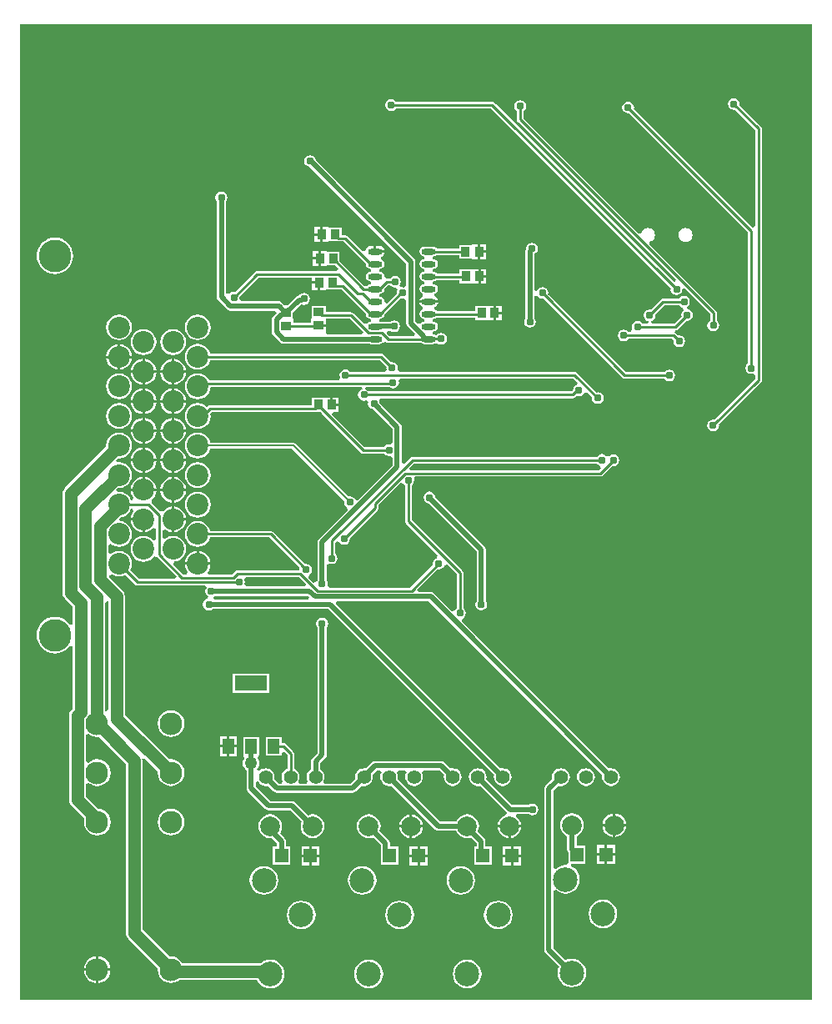
<source format=gbl>
%FSLAX23Y23*%
%MOIN*%
%SFA1B1*%

%IPPOS*%
%ADD13C,0.010000*%
%ADD21O,0.057090X0.023620*%
%ADD33R,0.053150X0.057090*%
%ADD34R,0.035430X0.039370*%
%ADD35R,0.039370X0.035430*%
%ADD62C,0.020000*%
%ADD63C,0.050000*%
%ADD66C,0.008000*%
%ADD67C,0.055120*%
%ADD68C,0.086610*%
%ADD69C,0.129920*%
%ADD70C,0.098430*%
%ADD71C,0.078740*%
%ADD72C,0.090550*%
%ADD73C,0.050000*%
%ADD74C,0.030750*%
%ADD75R,0.047240X0.059060*%
%ADD76R,0.129920X0.059060*%
%LNvcu-1*%
%LPD*%
G36*
X3184Y55D02*
X15D01*
Y3954*
X3184*
Y55*
G37*
%LNvcu-2*%
%LPC*%
G36*
X2870Y3659D02*
X2861Y3657D01*
X2853Y3652*
X2848Y3644*
X2846Y3635*
X2848Y3626*
X2853Y3618*
X2861Y3613*
X2870Y3612*
X2874Y3612*
X2956Y3531*
Y3146*
X2946Y3142*
X2470Y3617*
X2471Y3622*
X2469Y3631*
X2464Y3638*
X2456Y3643*
X2447Y3645*
X2438Y3643*
X2431Y3638*
X2425Y3631*
X2424Y3622*
X2425Y3612*
X2431Y3605*
X2438Y3600*
X2447Y3598*
X2452Y3599*
X2927Y3123*
Y2598*
X2924Y2596*
X2919Y2588*
X2917Y2579*
X2919Y2570*
X2924Y2562*
X2931Y2557*
X2940Y2556*
X2946Y2557*
X2956Y2550*
Y2537*
X2791Y2373*
X2787Y2374*
X2778Y2372*
X2770Y2367*
X2765Y2359*
X2763Y2350*
X2765Y2341*
X2770Y2333*
X2778Y2328*
X2787Y2326*
X2796Y2328*
X2804Y2333*
X2809Y2341*
X2811Y2350*
X2810Y2354*
X2978Y2522*
X2981Y2527*
X2982Y2532*
Y3536*
X2981Y3541*
X2978Y3545*
X2892Y3631*
X2893Y3635*
X2892Y3644*
X2886Y3652*
X2879Y3657*
X2870Y3659*
G37*
G36*
X1217Y3143D02*
X1194D01*
Y3119*
X1217*
Y3143*
G37*
G36*
X2677Y3140D02*
X2670Y3139D01*
X2663Y3136*
X2657Y3132*
X2653Y3126*
X2650Y3119*
X2649Y3112*
X2650Y3105*
X2653Y3098*
X2657Y3092*
X2663Y3088*
X2670Y3085*
X2677Y3084*
X2684Y3085*
X2691Y3088*
X2697Y3092*
X2701Y3098*
X2704Y3105*
X2705Y3112*
X2704Y3119*
X2701Y3126*
X2697Y3132*
X2691Y3136*
X2684Y3139*
X2677Y3140*
G37*
G36*
X1217Y3109D02*
X1194D01*
Y3084*
X1217*
Y3109*
G37*
G36*
X1846Y3074D02*
X1823D01*
Y3072*
X1772*
Y3058*
X1682*
X1681Y3060*
X1674Y3064*
X1667Y3065*
X1633*
X1626Y3064*
X1619Y3060*
X1615Y3053*
X1613Y3045*
X1615Y3038*
X1619Y3031*
X1626Y3027*
X1633Y3025*
Y3015*
X1626Y3014*
X1619Y3010*
X1615Y3003*
X1613Y2995*
X1615Y2988*
X1619Y2981*
X1626Y2977*
X1633Y2975*
Y2965*
X1626Y2964*
X1619Y2960*
X1615Y2953*
X1613Y2945*
X1615Y2938*
X1619Y2931*
X1626Y2927*
X1633Y2925*
Y2915*
X1626Y2914*
X1619Y2910*
X1615Y2903*
X1613Y2895*
X1615Y2888*
X1619Y2881*
X1626Y2877*
X1627Y2877*
Y2866*
X1625Y2866*
X1618Y2861*
X1613Y2854*
X1612Y2850*
X1650*
X1688*
X1687Y2854*
X1682Y2861*
X1675Y2866*
X1673Y2866*
Y2877*
X1674Y2877*
X1681Y2881*
X1685Y2888*
X1687Y2895*
X1685Y2903*
X1681Y2910*
X1674Y2914*
X1667Y2915*
Y2925*
X1674Y2927*
X1681Y2931*
X1682Y2932*
X1774*
Y2918*
X1825*
Y2916*
X1848*
Y2946*
Y2975*
X1825*
Y2973*
X1774*
Y2958*
X1682*
X1681Y2960*
X1674Y2964*
X1667Y2965*
Y2975*
X1674Y2977*
X1681Y2981*
X1685Y2988*
X1687Y2995*
X1685Y3003*
X1681Y3010*
X1674Y3014*
X1667Y3015*
Y3025*
X1674Y3027*
X1681Y3031*
X1682Y3032*
X1772*
Y3017*
X1823*
Y3015*
X1846*
Y3045*
Y3074*
G37*
G36*
X1452Y3068D02*
X1440D01*
Y3050*
X1473*
X1473Y3054*
X1468Y3061*
X1461Y3066*
X1452Y3068*
G37*
G36*
X1878Y3074D02*
X1856D01*
Y3050*
X1878*
Y3074*
G37*
G36*
X1210Y3047D02*
X1187D01*
Y3023*
X1210*
Y3047*
G37*
G36*
X1878Y3040D02*
X1856D01*
Y3015*
X1878*
Y3040*
G37*
G36*
X1210Y3013D02*
X1187D01*
Y2988*
X1210*
Y3013*
G37*
G36*
X155Y3101D02*
X141Y3100D01*
X127Y3096*
X115Y3089*
X104Y3080*
X95Y3069*
X88Y3056*
X84Y3042*
X82Y3028*
X84Y3014*
X88Y3000*
X95Y2987*
X104Y2976*
X115Y2967*
X127Y2960*
X141Y2956*
X155Y2955*
X170Y2956*
X183Y2960*
X196Y2967*
X207Y2976*
X216Y2987*
X223Y3000*
X227Y3014*
X229Y3028*
X227Y3042*
X223Y3056*
X216Y3069*
X207Y3080*
X196Y3089*
X183Y3096*
X170Y3100*
X155Y3101*
G37*
G36*
X1880Y2975D02*
X1858D01*
Y2951*
X1880*
Y2975*
G37*
G36*
Y2941D02*
X1858D01*
Y2916*
X1880*
Y2941*
G37*
G36*
X1176Y3431D02*
X1166Y3429D01*
X1159Y3424*
X1154Y3417*
X1152Y3408*
X1154Y3398*
X1159Y3391*
X1166Y3386*
X1173Y3384*
X1560Y2998*
Y2909*
X1550Y2902*
X1545Y2903*
X1540Y2902*
X1534Y2911*
X1536Y2915*
X1538Y2925*
X1536Y2934*
X1531Y2941*
X1524Y2946*
X1515Y2948*
X1505Y2946*
X1498Y2941*
X1495Y2938*
X1481*
X1481Y2938*
X1472Y2945*
X1472Y2945*
X1472Y2945*
X1471Y2953*
X1466Y2960*
X1460Y2964*
X1452Y2965*
Y2975*
X1460Y2977*
X1466Y2981*
X1471Y2988*
X1472Y2995*
X1471Y3003*
X1466Y3010*
X1460Y3014*
X1458Y3014*
Y3024*
X1461Y3025*
X1468Y3030*
X1473Y3037*
X1473Y3040*
X1435*
Y3045*
X1430*
Y3068*
X1419*
X1410Y3066*
X1403Y3061*
X1398Y3054*
X1397Y3049*
X1387Y3046*
X1324Y3108*
X1320Y3111*
X1315Y3112*
X1301*
Y3141*
X1250*
Y3143*
X1227*
Y3114*
Y3084*
X1250*
Y3086*
X1287*
X1288Y3086*
X1310*
X1399Y2997*
X1399Y2995*
X1400Y2988*
X1405Y2981*
X1411Y2977*
X1419Y2975*
Y2965*
X1411Y2964*
X1405Y2960*
X1400Y2953*
X1399Y2945*
X1400Y2938*
X1405Y2931*
X1411Y2927*
X1419Y2925*
Y2915*
X1411Y2914*
X1405Y2910*
X1404Y2908*
X1394*
X1294Y3009*
Y3045*
X1243*
Y3047*
X1220*
Y3018*
Y2988*
X1243*
Y2990*
X1275*
X1288Y2977*
X1283Y2967*
X964*
X959Y2966*
X955Y2964*
X875Y2884*
X871Y2884*
X861Y2883*
X854Y2877*
X842Y2878*
X839Y2880*
Y3246*
X843Y3252*
X845Y3261*
X843Y3270*
X838Y3278*
X830Y3283*
X821Y3285*
X812Y3283*
X804Y3278*
X799Y3270*
X797Y3261*
X799Y3252*
X803Y3246*
Y2863*
X804Y2856*
X808Y2850*
X844Y2815*
X850Y2811*
X857Y2809*
X1037*
X1041Y2799*
X1028Y2786*
X1024Y2780*
X1023Y2773*
Y2723*
X1024Y2716*
X1028Y2710*
X1056Y2682*
X1062Y2678*
X1069Y2677*
X1411*
X1411Y2677*
X1419Y2675*
X1452*
X1460Y2677*
X1466Y2681*
X1467Y2682*
X1479Y2684*
X1480Y2684*
X1484Y2681*
X1489Y2680*
X1620*
X1626Y2677*
X1633Y2675*
X1667*
X1674Y2677*
X1683Y2680*
X1690Y2675*
X1700Y2673*
X1709Y2675*
X1716Y2680*
X1721Y2687*
X1723Y2697*
X1721Y2706*
X1716Y2713*
X1709Y2718*
X1700Y2720*
X1690Y2718*
X1683Y2713*
X1680Y2710*
X1674Y2714*
X1667Y2715*
Y2725*
X1674Y2727*
X1681Y2731*
X1685Y2738*
X1687Y2745*
X1685Y2753*
X1681Y2760*
X1674Y2764*
X1667Y2765*
Y2775*
X1674Y2777*
X1681Y2781*
X1682Y2782*
X1835*
Y2772*
X1886*
Y2770*
X1909*
Y2800*
Y2829*
X1886*
Y2827*
X1835*
Y2808*
X1682*
X1681Y2810*
X1674Y2814*
X1673Y2814*
Y2824*
X1675Y2825*
X1682Y2830*
X1687Y2837*
X1688Y2840*
X1650*
X1612*
X1613Y2837*
X1618Y2830*
X1625Y2825*
X1627Y2824*
Y2814*
X1626Y2814*
X1619Y2810*
X1615Y2803*
X1613Y2795*
X1615Y2788*
X1619Y2781*
X1626Y2777*
X1633Y2775*
Y2765*
X1626Y2764*
X1619Y2760*
X1618Y2758*
X1606Y2756*
X1596Y2766*
Y3005*
X1595Y3012*
X1591Y3018*
X1199Y3410*
X1197Y3417*
X1192Y3424*
X1185Y3429*
X1176Y3431*
G37*
G36*
X2671Y2868D02*
X2662Y2866D01*
X2654Y2861*
X2652Y2857*
X2587*
X2582Y2856*
X2578Y2853*
X2538Y2813*
X2534Y2814*
X2524Y2812*
X2517Y2807*
X2512Y2800*
X2510Y2790*
X2512Y2781*
X2517Y2774*
X2524Y2769*
X2528Y2768*
X2529Y2768*
X2529Y2762*
X2520Y2758*
X2504*
X2501Y2761*
X2494Y2766*
X2485Y2768*
X2475Y2766*
X2468Y2761*
X2463Y2754*
X2461Y2745*
X2463Y2735*
X2464Y2733*
X2459Y2723*
X2449*
X2446Y2726*
X2439Y2731*
X2430Y2733*
X2420Y2731*
X2413Y2726*
X2408Y2719*
X2406Y2710*
X2408Y2700*
X2413Y2693*
X2420Y2688*
X2430Y2686*
X2439Y2688*
X2446Y2693*
X2449Y2696*
X2621*
X2628Y2688*
X2628Y2687*
X2630Y2678*
X2635Y2670*
X2643Y2665*
X2652Y2663*
X2661Y2665*
X2668Y2670*
X2674Y2678*
X2675Y2687*
X2674Y2696*
X2668Y2703*
X2661Y2709*
X2652Y2710*
X2647Y2710*
X2638Y2719*
X2634Y2721*
X2634Y2722*
X2635Y2728*
X2636Y2731*
X2641Y2732*
X2646Y2735*
X2679Y2769*
X2684Y2768*
X2693Y2770*
X2700Y2775*
X2705Y2783*
X2707Y2792*
X2705Y2801*
X2700Y2809*
X2693Y2814*
X2687Y2815*
X2684Y2825*
X2688Y2827*
X2693Y2835*
X2694Y2844*
X2693Y2853*
X2688Y2861*
X2680Y2866*
X2671Y2868*
G37*
G36*
X1942Y2829D02*
X1919D01*
Y2805*
X1942*
Y2829*
G37*
G36*
Y2795D02*
X1919D01*
Y2770*
X1942*
Y2795*
G37*
G36*
X1500Y3655D02*
X1491Y3653D01*
X1484Y3648*
X1479Y3640*
X1477Y3631*
X1479Y3622*
X1484Y3615*
X1491Y3609*
X1500Y3608*
X1510Y3609*
X1517Y3615*
X1520Y3618*
X1898*
X2618Y2899*
X2617Y2895*
X2619Y2885*
X2624Y2878*
X2631Y2873*
X2641Y2871*
X2650Y2873*
X2657Y2878*
X2662Y2885*
X2664Y2893*
X2668Y2896*
X2674Y2898*
X2775Y2797*
Y2769*
X2771Y2766*
X2766Y2759*
X2764Y2750*
X2766Y2740*
X2771Y2733*
X2779Y2728*
X2788Y2726*
X2797Y2728*
X2805Y2733*
X2810Y2740*
X2812Y2750*
X2810Y2759*
X2805Y2766*
X2801Y2769*
Y2802*
X2800Y2807*
X2797Y2811*
X2534Y3075*
X2534Y3079*
X2537Y3086*
X2541Y3088*
X2547Y3092*
X2551Y3098*
X2554Y3105*
X2555Y3112*
X2554Y3119*
X2551Y3126*
X2547Y3132*
X2541Y3136*
X2534Y3139*
X2527Y3140*
X2520Y3139*
X2513Y3136*
X2507Y3132*
X2503Y3126*
X2501Y3122*
X2494Y3119*
X2490Y3119*
X2029Y3579*
Y3607*
X2033Y3610*
X2038Y3617*
X2040Y3626*
X2038Y3636*
X2033Y3643*
X2025Y3648*
X2016Y3650*
X2007Y3648*
X1999Y3643*
X1994Y3636*
X1993Y3626*
X1994Y3617*
X1999Y3610*
X2003Y3607*
Y3574*
X2004Y3569*
X2007Y3565*
X2638Y2934*
X2636Y2924*
X2635Y2922*
X2631Y2923*
X1913Y3641*
X1909Y3644*
X1904Y3645*
X1520*
X1517Y3648*
X1510Y3653*
X1500Y3655*
G37*
G36*
X726Y2794D02*
X713Y2792D01*
X700Y2787*
X690Y2779*
X682Y2768*
X676Y2756*
X675Y2742*
X676Y2729*
X682Y2717*
X690Y2706*
X700Y2698*
X713Y2693*
X726Y2691*
X740Y2693*
X752Y2698*
X763Y2706*
X771Y2717*
X776Y2729*
X778Y2742*
X776Y2756*
X771Y2768*
X763Y2779*
X752Y2787*
X740Y2792*
X726Y2794*
G37*
G36*
X411D02*
X398Y2792D01*
X386Y2787*
X375Y2779*
X367Y2768*
X361Y2756*
X360Y2742*
X361Y2729*
X367Y2717*
X375Y2706*
X386Y2698*
X398Y2693*
X411Y2691*
X425Y2693*
X437Y2698*
X448Y2706*
X456Y2717*
X461Y2729*
X463Y2742*
X461Y2756*
X456Y2768*
X448Y2779*
X437Y2787*
X425Y2792*
X411Y2794*
G37*
G36*
X628Y2735D02*
X614Y2733D01*
X602Y2728*
X591Y2720*
X583Y2709*
X578Y2697*
X576Y2683*
X578Y2670*
X583Y2658*
X591Y2647*
X602Y2639*
X614Y2634*
X628Y2632*
X641Y2634*
X654Y2639*
X664Y2647*
X673Y2658*
X678Y2670*
X679Y2683*
X678Y2697*
X673Y2709*
X664Y2720*
X654Y2728*
X641Y2733*
X628Y2735*
G37*
G36*
X510D02*
X496Y2733D01*
X484Y2728*
X473Y2720*
X465Y2709*
X460Y2697*
X458Y2683*
X460Y2670*
X465Y2658*
X473Y2647*
X484Y2639*
X496Y2634*
X510Y2632*
X523Y2634*
X536Y2639*
X546Y2647*
X554Y2658*
X560Y2670*
X561Y2683*
X560Y2697*
X554Y2709*
X546Y2720*
X536Y2728*
X523Y2733*
X510Y2735*
G37*
G36*
X416Y2675D02*
Y2629D01*
X462*
X461Y2638*
X456Y2650*
X448Y2661*
X437Y2669*
X425Y2674*
X416Y2675*
G37*
G36*
X406D02*
X398Y2674D01*
X385Y2669*
X375Y2661*
X366Y2650*
X361Y2638*
X360Y2629*
X406*
Y2675*
G37*
G36*
Y2619D02*
X360D01*
X361Y2611*
X366Y2598*
X375Y2588*
X385Y2580*
X398Y2574*
X406Y2573*
Y2619*
G37*
G36*
X462D02*
X416D01*
Y2573*
X425Y2574*
X437Y2580*
X448Y2588*
X456Y2598*
X461Y2611*
X462Y2619*
G37*
G36*
X633Y2616D02*
Y2570D01*
X679*
X678Y2579*
X673Y2591*
X664Y2602*
X654Y2610*
X641Y2615*
X633Y2616*
G37*
G36*
X515D02*
Y2570D01*
X561*
X560Y2579*
X555Y2591*
X546Y2602*
X536Y2610*
X523Y2615*
X515Y2616*
G37*
G36*
X623D02*
X614Y2615D01*
X602Y2610*
X591Y2602*
X583Y2591*
X578Y2579*
X577Y2570*
X623*
Y2616*
G37*
G36*
X505D02*
X496Y2615D01*
X484Y2610*
X473Y2602*
X465Y2591*
X460Y2579*
X459Y2570*
X505*
Y2616*
G37*
G36*
X726Y2676D02*
X713Y2674D01*
X700Y2669*
X690Y2661*
X682Y2650*
X676Y2638*
X675Y2624*
X676Y2611*
X682Y2599*
X690Y2588*
X700Y2580*
X713Y2574*
X726Y2573*
X740Y2574*
X752Y2580*
X763Y2588*
X771Y2599*
X776Y2611*
X776Y2611*
X1454*
X1481Y2585*
X1480Y2580*
X1481Y2575*
X1475Y2565*
X1337*
X1334Y2568*
X1326Y2574*
X1317Y2575*
X1308Y2574*
X1301Y2568*
X1296Y2561*
X1294Y2552*
X1296Y2543*
X1296Y2541*
X1291Y2531*
X771*
X771Y2532*
X763Y2543*
X752Y2551*
X740Y2556*
X726Y2558*
X713Y2556*
X700Y2551*
X690Y2543*
X682Y2532*
X676Y2520*
X675Y2506*
X676Y2493*
X682Y2480*
X690Y2470*
X700Y2462*
X713Y2456*
X726Y2455*
X740Y2456*
X752Y2462*
X763Y2470*
X771Y2480*
X776Y2493*
X778Y2505*
X1384*
X1385Y2495*
X1382Y2494*
X1374Y2489*
X1369Y2482*
X1367Y2473*
X1369Y2463*
X1374Y2456*
X1382Y2451*
X1391Y2449*
X1400Y2451*
X1408Y2444*
X1407Y2438*
X1409Y2429*
X1414Y2422*
X1422Y2417*
X1428Y2415*
X1506Y2338*
Y2281*
X1496Y2274*
X1491Y2275*
X1482Y2273*
X1474Y2268*
X1471Y2265*
X1393*
X1264Y2394*
X1268Y2403*
X1290*
Y2428*
X1262*
Y2433*
X1257*
Y2462*
X1235*
Y2460*
X1184*
Y2431*
X777*
X772Y2430*
X767Y2427*
X765Y2424*
X763Y2425*
X752Y2433*
X740Y2438*
X726Y2440*
X713Y2438*
X700Y2433*
X690Y2425*
X682Y2414*
X676Y2401*
X675Y2388*
X676Y2375*
X682Y2362*
X690Y2352*
X700Y2343*
X713Y2338*
X726Y2337*
X740Y2338*
X752Y2343*
X763Y2352*
X771Y2362*
X776Y2375*
X778Y2388*
X777Y2397*
X784Y2405*
X1196*
X1198Y2405*
X1216*
X1221Y2400*
X1222Y2398*
X1379Y2242*
X1383Y2239*
X1388Y2238*
X1471*
X1474Y2235*
X1482Y2230*
X1491Y2228*
X1496Y2229*
X1506Y2222*
Y2191*
X1366Y2051*
X1355Y2055*
X1351Y2060*
X1344Y2065*
X1335Y2067*
X1329Y2066*
X1117Y2279*
X1113Y2281*
X1108Y2282*
X776*
X776Y2283*
X771Y2296*
X763Y2307*
X752Y2315*
X740Y2320*
X726Y2322*
X713Y2320*
X700Y2315*
X690Y2307*
X682Y2296*
X676Y2283*
X675Y2270*
X676Y2257*
X682Y2244*
X690Y2234*
X700Y2225*
X713Y2220*
X726Y2218*
X740Y2220*
X752Y2225*
X763Y2234*
X771Y2244*
X776Y2257*
X776Y2258*
X1103*
X1312Y2049*
X1311Y2044*
X1313Y2034*
X1318Y2027*
X1323Y2023*
X1327Y2012*
X1210Y1895*
X1206Y1889*
X1205Y1883*
Y1732*
X1201Y1726*
X1201Y1726*
X1190Y1722*
X1170Y1742*
X1173Y1754*
X1177Y1757*
X1182Y1764*
X1184Y1773*
X1182Y1783*
X1177Y1790*
X1169Y1795*
X1160Y1797*
X1156Y1796*
X1027Y1925*
X1023Y1928*
X1018Y1929*
X776*
X776Y1929*
X771Y1941*
X763Y1952*
X752Y1960*
X740Y1966*
X726Y1967*
X713Y1966*
X700Y1960*
X690Y1952*
X682Y1941*
X676Y1929*
X675Y1916*
X676Y1902*
X682Y1890*
X690Y1879*
X700Y1871*
X713Y1866*
X726Y1864*
X740Y1866*
X752Y1871*
X763Y1879*
X771Y1890*
X776Y1902*
X776Y1903*
X1013*
X1134Y1781*
X1131Y1772*
X1127Y1771*
X887*
X882Y1770*
X877Y1767*
X865Y1755*
X770*
X766Y1765*
X771Y1772*
X776Y1784*
X777Y1793*
X726*
X675*
X676Y1784*
X681Y1772*
X687Y1765*
X682Y1755*
X669*
X628Y1795*
X632Y1806*
X641Y1807*
X654Y1812*
X664Y1820*
X673Y1831*
X678Y1843*
X679Y1857*
X678Y1870*
X673Y1882*
X664Y1893*
X654Y1901*
X641Y1906*
X628Y1908*
X614Y1906*
X602Y1901*
X595Y1896*
X585Y1900*
Y1931*
X595Y1935*
X602Y1930*
X614Y1925*
X623Y1924*
Y1975*
Y2026*
X614Y2025*
X602Y2020*
X591Y2011*
X588Y2008*
X588Y2008*
X575Y2007*
X542Y2040*
X541Y2050*
X542Y2053*
X546Y2056*
X555Y2067*
X560Y2079*
X561Y2088*
X510*
X459*
X460Y2079*
X465Y2067*
X470Y2060*
X465Y2050*
X460Y2051*
X456Y2060*
X448Y2070*
X437Y2079*
X425Y2084*
X411Y2085*
X405Y2085*
X400Y2094*
X407Y2101*
X411Y2100*
X425Y2102*
X437Y2107*
X448Y2115*
X456Y2126*
X461Y2139*
X463Y2152*
X461Y2165*
X456Y2178*
X448Y2188*
X437Y2197*
X425Y2202*
X411Y2204*
X405Y2203*
X400Y2212*
X407Y2219*
X411Y2218*
X425Y2220*
X437Y2225*
X448Y2234*
X456Y2244*
X461Y2257*
X463Y2270*
X461Y2283*
X456Y2296*
X448Y2307*
X437Y2315*
X425Y2320*
X411Y2322*
X398Y2320*
X386Y2315*
X375Y2307*
X367Y2296*
X361Y2283*
X360Y2270*
X360Y2266*
X196Y2102*
X191Y2095*
X187Y2087*
X186Y2078*
Y1680*
X187Y1671*
X191Y1663*
X196Y1656*
X226Y1626*
Y1555*
X216Y1553*
X216Y1553*
X207Y1564*
X196Y1573*
X183Y1580*
X170Y1584*
X155Y1585*
X141Y1584*
X127Y1580*
X115Y1573*
X104Y1564*
X95Y1553*
X88Y1540*
X84Y1526*
X82Y1512*
X84Y1498*
X88Y1484*
X95Y1471*
X104Y1460*
X115Y1451*
X127Y1445*
X141Y1440*
X155Y1439*
X170Y1440*
X183Y1445*
X196Y1451*
X207Y1460*
X216Y1471*
X216Y1472*
X226Y1469*
Y1218*
X223Y1215*
X217Y1208*
X214Y1200*
X213Y1191*
Y854*
X214Y846*
X217Y838*
X223Y831*
X273Y780*
X273Y779*
X271Y765*
X273Y751*
X278Y738*
X286Y727*
X298Y719*
X310Y713*
X324Y711*
X338Y713*
X351Y719*
X362Y727*
X371Y738*
X376Y751*
X378Y765*
X376Y779*
X371Y792*
X362Y803*
X351Y812*
X338Y817*
X329Y818*
X279Y868*
Y918*
X289Y922*
X298Y916*
X310Y910*
X324Y908*
X338Y910*
X351Y916*
X362Y924*
X371Y935*
X376Y948*
X378Y962*
X376Y976*
X371Y989*
X362Y1000*
X351Y1008*
X338Y1014*
X324Y1016*
X310Y1014*
X298Y1008*
X289Y1002*
X279Y1006*
Y1115*
X289Y1119*
X298Y1112*
X310Y1107*
X324Y1105*
X330Y1106*
X439Y997*
Y322*
X440Y314*
X443Y306*
X449Y299*
X567Y180*
X566Y175*
X568Y161*
X573Y148*
X582Y137*
X593Y128*
X606Y123*
X620Y121*
X633Y123*
X646Y128*
X654Y134*
X964*
X966Y129*
X976Y117*
X987Y108*
X1001Y102*
X1016Y100*
X1031Y102*
X1045Y108*
X1057Y117*
X1066Y129*
X1072Y143*
X1074Y158*
X1072Y172*
X1066Y186*
X1057Y198*
X1045Y207*
X1031Y213*
X1016Y215*
X1001Y213*
X987Y207*
X978Y200*
X667*
X666Y201*
X657Y212*
X646Y221*
X633Y226*
X620Y228*
X614Y227*
X505Y336*
Y1011*
X504Y1016*
X514Y1021*
X567Y968*
X566Y962*
X568Y948*
X573Y935*
X582Y924*
X593Y916*
X606Y910*
X620Y908*
X633Y910*
X646Y916*
X657Y924*
X666Y935*
X671Y948*
X673Y962*
X671Y976*
X666Y989*
X657Y1000*
X646Y1008*
X633Y1014*
X620Y1016*
X614Y1015*
X436Y1193*
Y1668*
X434Y1677*
X431Y1685*
X426Y1691*
X373Y1745*
X373Y1750*
X384Y1754*
X386Y1753*
X398Y1748*
X411Y1746*
X425Y1748*
X437Y1753*
X437Y1753*
X476Y1714*
X480Y1711*
X485Y1710*
X756*
X761Y1700*
X759Y1696*
X757Y1687*
X759Y1678*
X764Y1671*
X768Y1668*
X766Y1657*
X762Y1656*
X754Y1651*
X749Y1643*
X747Y1634*
X749Y1625*
X754Y1618*
X762Y1612*
X771Y1611*
X780Y1612*
X786Y1616*
X1249*
X1911Y954*
X1910Y945*
X1911Y936*
X1915Y927*
X1921Y920*
X1928Y914*
X1937Y910*
X1946Y909*
X1955Y910*
X1964Y914*
X1971Y920*
X1977Y927*
X1980Y936*
X1982Y945*
X1980Y954*
X1977Y963*
X1971Y970*
X1964Y976*
X1955Y979*
X1946Y981*
X1937Y980*
X1279Y1638*
X1283Y1648*
X1650*
X2344Y954*
X2343Y945*
X2344Y936*
X2348Y927*
X2354Y920*
X2361Y914*
X2370Y910*
X2379Y909*
X2388Y910*
X2397Y914*
X2404Y920*
X2410Y927*
X2413Y936*
X2415Y945*
X2413Y954*
X2410Y963*
X2404Y970*
X2397Y976*
X2388Y979*
X2379Y981*
X2370Y980*
X1782Y1567*
X1783Y1571*
X1785Y1579*
X1791Y1583*
X1796Y1590*
X1798Y1600*
X1796Y1609*
X1791Y1616*
X1788Y1619*
Y1762*
X1787Y1767*
X1784Y1771*
X1582Y1973*
Y2111*
X1585Y2114*
X1590Y2121*
X1592Y2130*
X1591Y2136*
X1597Y2146*
X2336*
X2341Y2147*
X2345Y2149*
X2384Y2188*
X2388Y2187*
X2397Y2189*
X2405Y2194*
X2410Y2202*
X2412Y2211*
X2410Y2220*
X2405Y2228*
X2397Y2233*
X2388Y2235*
X2379Y2233*
X2372Y2228*
X2371Y2228*
X2359*
X2359Y2229*
X2351Y2234*
X2342Y2236*
X2333Y2234*
X2325Y2229*
X2323Y2225*
X1585*
X1580Y2224*
X1576Y2221*
X1551Y2197*
X1542Y2201*
Y2345*
X1541Y2352*
X1537Y2358*
X1454Y2441*
X1453Y2448*
X1451Y2449*
X1457Y2459*
X2227*
X2232Y2460*
X2236Y2463*
X2241Y2468*
X2250Y2466*
X2259Y2468*
X2266Y2473*
X2271Y2480*
X2272Y2482*
X2282Y2485*
X2303Y2464*
X2303Y2460*
X2304Y2451*
X2310Y2443*
X2317Y2438*
X2326Y2436*
X2335Y2438*
X2343Y2443*
X2348Y2451*
X2350Y2460*
X2348Y2469*
X2343Y2476*
X2335Y2481*
X2326Y2483*
X2322Y2482*
X2243Y2561*
X2239Y2564*
X2234Y2565*
X1532*
X1526Y2575*
X1527Y2580*
X1525Y2589*
X1520Y2597*
X1513Y2602*
X1504Y2604*
X1499Y2603*
X1469Y2634*
X1465Y2636*
X1460Y2637*
X776*
X776Y2638*
X771Y2650*
X763Y2661*
X752Y2669*
X740Y2674*
X726Y2676*
G37*
G36*
X2063Y3081D02*
X2054Y3079D01*
X2047Y3074*
X2042Y3067*
X2040Y3058*
X2040Y3056*
X2038Y3053*
X2036Y3046*
Y2779*
X2033Y2774*
X2031Y2765*
X2033Y2755*
X2038Y2748*
X2045Y2743*
X2055Y2741*
X2064Y2743*
X2071Y2748*
X2076Y2755*
X2078Y2765*
X2076Y2774*
X2073Y2779*
Y2869*
X2083Y2870*
X2088Y2863*
X2095Y2858*
X2105Y2856*
X2109Y2857*
X2425Y2540*
X2429Y2538*
X2434Y2537*
X2593*
X2596Y2533*
X2603Y2528*
X2612Y2526*
X2621Y2528*
X2629Y2533*
X2634Y2541*
X2636Y2550*
X2634Y2559*
X2629Y2566*
X2621Y2572*
X2612Y2573*
X2603Y2572*
X2596Y2566*
X2593Y2563*
X2440*
X2127Y2875*
X2128Y2880*
X2126Y2889*
X2121Y2896*
X2114Y2901*
X2105Y2903*
X2095Y2901*
X2088Y2896*
X2083Y2889*
X2073Y2890*
Y3036*
X2080Y3041*
X2085Y3049*
X2087Y3058*
X2085Y3067*
X2080Y3074*
X2073Y3079*
X2063Y3081*
G37*
G36*
X623Y2560D02*
X577D01*
X578Y2552*
X583Y2539*
X591Y2529*
X602Y2520*
X614Y2515*
X623Y2514*
Y2560*
G37*
G36*
X505D02*
X459D01*
X460Y2552*
X465Y2539*
X473Y2529*
X484Y2520*
X496Y2515*
X505Y2514*
Y2560*
G37*
G36*
X679D02*
X633D01*
Y2514*
X641Y2515*
X654Y2520*
X664Y2529*
X673Y2539*
X678Y2552*
X679Y2560*
G37*
G36*
X561D02*
X515D01*
Y2514*
X523Y2515*
X536Y2520*
X546Y2529*
X555Y2539*
X560Y2552*
X561Y2560*
G37*
G36*
X411Y2558D02*
X398Y2556D01*
X386Y2551*
X375Y2543*
X367Y2532*
X361Y2520*
X360Y2506*
X361Y2493*
X367Y2480*
X375Y2470*
X386Y2462*
X398Y2456*
X411Y2455*
X425Y2456*
X437Y2462*
X448Y2470*
X456Y2480*
X461Y2493*
X463Y2506*
X461Y2520*
X456Y2532*
X448Y2543*
X437Y2551*
X425Y2556*
X411Y2558*
G37*
G36*
X633Y2498D02*
Y2452D01*
X679*
X678Y2461*
X673Y2473*
X664Y2484*
X654Y2492*
X641Y2497*
X633Y2498*
G37*
G36*
X515D02*
Y2452D01*
X561*
X560Y2461*
X555Y2473*
X546Y2484*
X536Y2492*
X523Y2497*
X515Y2498*
G37*
G36*
X623D02*
X614Y2497D01*
X602Y2492*
X591Y2484*
X583Y2473*
X578Y2461*
X577Y2452*
X623*
Y2498*
G37*
G36*
X505D02*
X496Y2497D01*
X484Y2492*
X473Y2484*
X465Y2473*
X460Y2461*
X459Y2452*
X505*
Y2498*
G37*
G36*
X1290Y2462D02*
X1267D01*
Y2438*
X1290*
Y2462*
G37*
G36*
X679Y2442D02*
X633D01*
Y2396*
X641Y2397*
X654Y2402*
X664Y2411*
X673Y2421*
X678Y2434*
X679Y2442*
G37*
G36*
X561D02*
X515D01*
Y2396*
X523Y2397*
X536Y2402*
X546Y2411*
X555Y2421*
X560Y2434*
X561Y2442*
G37*
G36*
X623D02*
X577D01*
X578Y2434*
X583Y2421*
X591Y2411*
X602Y2402*
X614Y2397*
X623Y2396*
Y2442*
G37*
G36*
X505D02*
X459D01*
X460Y2434*
X465Y2421*
X473Y2411*
X484Y2402*
X496Y2397*
X505Y2396*
Y2442*
G37*
G36*
X411Y2440D02*
X398Y2438D01*
X386Y2433*
X375Y2425*
X367Y2414*
X361Y2401*
X360Y2388*
X361Y2375*
X367Y2362*
X375Y2352*
X386Y2343*
X398Y2338*
X411Y2337*
X425Y2338*
X437Y2343*
X448Y2352*
X456Y2362*
X461Y2375*
X463Y2388*
X461Y2401*
X456Y2414*
X448Y2425*
X437Y2433*
X425Y2438*
X411Y2440*
G37*
G36*
X633Y2380D02*
Y2334D01*
X679*
X678Y2342*
X673Y2355*
X664Y2366*
X654Y2374*
X641Y2379*
X633Y2380*
G37*
G36*
X515D02*
Y2334D01*
X561*
X560Y2342*
X555Y2355*
X546Y2366*
X536Y2374*
X523Y2379*
X515Y2380*
G37*
G36*
X623D02*
X614Y2379D01*
X602Y2374*
X591Y2366*
X583Y2355*
X578Y2342*
X577Y2334*
X623*
Y2380*
G37*
G36*
X505D02*
X496Y2379D01*
X484Y2374*
X473Y2366*
X465Y2355*
X460Y2342*
X459Y2334*
X505*
Y2380*
G37*
G36*
X679Y2324D02*
X633D01*
Y2278*
X641Y2279*
X654Y2284*
X664Y2292*
X673Y2303*
X678Y2316*
X679Y2324*
G37*
G36*
X561D02*
X515D01*
Y2278*
X523Y2279*
X536Y2284*
X546Y2292*
X555Y2303*
X560Y2316*
X561Y2324*
G37*
G36*
X623D02*
X577D01*
X578Y2316*
X583Y2303*
X591Y2292*
X602Y2284*
X614Y2279*
X623Y2278*
Y2324*
G37*
G36*
X505D02*
X459D01*
X460Y2316*
X465Y2303*
X473Y2292*
X484Y2284*
X496Y2279*
X505Y2278*
Y2324*
G37*
G36*
X633Y2262D02*
Y2216D01*
X679*
X678Y2224*
X673Y2237*
X664Y2248*
X654Y2256*
X641Y2261*
X633Y2262*
G37*
G36*
X515D02*
Y2216D01*
X561*
X560Y2224*
X555Y2237*
X546Y2248*
X536Y2256*
X523Y2261*
X515Y2262*
G37*
G36*
X623D02*
X614Y2261D01*
X602Y2256*
X591Y2248*
X583Y2237*
X578Y2224*
X577Y2216*
X623*
Y2262*
G37*
G36*
X505D02*
X496Y2261D01*
X484Y2256*
X473Y2248*
X465Y2237*
X460Y2224*
X459Y2216*
X505*
Y2262*
G37*
G36*
X679Y2206D02*
X633D01*
Y2160*
X641Y2161*
X654Y2166*
X664Y2174*
X673Y2185*
X678Y2198*
X679Y2206*
G37*
G36*
X561D02*
X515D01*
Y2160*
X523Y2161*
X536Y2166*
X546Y2174*
X555Y2185*
X560Y2198*
X561Y2206*
G37*
G36*
X623D02*
X577D01*
X578Y2198*
X583Y2185*
X591Y2174*
X602Y2166*
X614Y2161*
X623Y2160*
Y2206*
G37*
G36*
X505D02*
X459D01*
X460Y2198*
X465Y2185*
X473Y2174*
X484Y2166*
X496Y2161*
X505Y2160*
Y2206*
G37*
G36*
X726Y2204D02*
X713Y2202D01*
X700Y2197*
X690Y2188*
X682Y2178*
X676Y2165*
X675Y2152*
X676Y2139*
X682Y2126*
X690Y2115*
X700Y2107*
X713Y2102*
X726Y2100*
X740Y2102*
X752Y2107*
X763Y2115*
X771Y2126*
X776Y2139*
X778Y2152*
X776Y2165*
X771Y2178*
X763Y2188*
X752Y2197*
X740Y2202*
X726Y2204*
G37*
G36*
X633Y2144D02*
Y2098D01*
X679*
X678Y2106*
X673Y2119*
X664Y2129*
X654Y2138*
X641Y2143*
X633Y2144*
G37*
G36*
X515D02*
Y2098D01*
X561*
X560Y2106*
X555Y2119*
X546Y2129*
X536Y2138*
X523Y2143*
X515Y2144*
G37*
G36*
X623D02*
X614Y2143D01*
X602Y2138*
X591Y2129*
X583Y2119*
X578Y2106*
X577Y2098*
X623*
Y2144*
G37*
G36*
X505D02*
X496Y2143D01*
X484Y2138*
X473Y2129*
X465Y2119*
X460Y2106*
X459Y2098*
X505*
Y2144*
G37*
G36*
X679Y2088D02*
X633D01*
Y2042*
X641Y2043*
X654Y2048*
X664Y2056*
X673Y2067*
X678Y2079*
X679Y2088*
G37*
G36*
X623D02*
X577D01*
X578Y2079*
X583Y2067*
X591Y2056*
X602Y2048*
X614Y2043*
X623Y2042*
Y2088*
G37*
G36*
X726Y2085D02*
X713Y2084D01*
X700Y2079*
X690Y2070*
X682Y2060*
X676Y2047*
X675Y2034*
X676Y2020*
X682Y2008*
X690Y1997*
X700Y1989*
X713Y1984*
X726Y1982*
X740Y1984*
X752Y1989*
X763Y1997*
X771Y2008*
X776Y2020*
X778Y2034*
X776Y2047*
X771Y2060*
X763Y2070*
X752Y2079*
X740Y2084*
X726Y2085*
G37*
G36*
X633Y2026D02*
Y1980D01*
X679*
X678Y1988*
X673Y2001*
X664Y2011*
X654Y2020*
X641Y2025*
X633Y2026*
G37*
G36*
X679Y1970D02*
X633D01*
Y1924*
X641Y1925*
X654Y1930*
X664Y1938*
X673Y1949*
X678Y1961*
X679Y1970*
G37*
G36*
X731Y1849D02*
Y1803D01*
X777*
X776Y1811*
X771Y1823*
X763Y1834*
X752Y1842*
X740Y1848*
X731Y1849*
G37*
G36*
X721D02*
X713Y1848D01*
X700Y1842*
X690Y1834*
X681Y1823*
X676Y1811*
X675Y1803*
X721*
Y1849*
G37*
G36*
X1653Y2086D02*
X1644Y2084D01*
X1636Y2079*
X1631Y2071*
X1629Y2062*
X1631Y2053*
X1636Y2045*
X1644Y2040*
X1650Y2039*
X1841Y1848*
Y1649*
X1838Y1644*
X1836Y1635*
X1838Y1625*
X1843Y1618*
X1850Y1613*
X1860Y1611*
X1869Y1613*
X1876Y1618*
X1881Y1625*
X1883Y1635*
X1881Y1644*
X1878Y1649*
Y1855*
X1876Y1862*
X1872Y1868*
X1676Y2065*
X1675Y2071*
X1669Y2079*
X1662Y2084*
X1653Y2086*
G37*
G36*
X1012Y1357D02*
X867D01*
Y1282*
X1012*
Y1357*
G37*
G36*
X620Y1212D02*
X606Y1211D01*
X593Y1205*
X582Y1197*
X573Y1186*
X568Y1173*
X566Y1159*
X568Y1145*
X573Y1132*
X582Y1121*
X593Y1112*
X606Y1107*
X620Y1105*
X633Y1107*
X646Y1112*
X657Y1121*
X666Y1132*
X671Y1145*
X673Y1159*
X671Y1173*
X666Y1186*
X657Y1197*
X646Y1205*
X633Y1211*
X620Y1212*
G37*
G36*
X883Y1107D02*
X854D01*
Y1073*
X883*
Y1107*
G37*
G36*
X844D02*
X815D01*
Y1073*
X844*
Y1107*
G37*
G36*
X883Y1063D02*
X854D01*
Y1028*
X883*
Y1063*
G37*
G36*
X844D02*
X815D01*
Y1028*
X844*
Y1063*
G37*
G36*
X1224Y1582D02*
X1215Y1580D01*
X1207Y1575*
X1202Y1568*
X1200Y1559*
X1202Y1549*
X1206Y1544*
Y1042*
X1185Y1022*
X1181Y1016*
X1180Y1009*
Y976*
X1173Y970*
X1167Y963*
X1163Y954*
X1162Y945*
X1163Y936*
X1167Y927*
X1161Y918*
X1134*
X1129Y927*
X1132Y936*
X1134Y945*
X1132Y954*
X1129Y963*
X1123Y970*
X1116Y976*
X1111Y978*
Y1038*
X1110Y1043*
X1107Y1048*
X1078Y1077*
X1074Y1080*
X1069Y1081*
X1062*
Y1105*
X999*
Y1030*
X1062*
Y1042*
X1072Y1046*
X1085Y1033*
Y978*
X1080Y976*
X1073Y970*
X1067Y963*
X1063Y954*
X1062Y945*
X1063Y936*
X1067Y927*
X1061Y918*
X1051*
X1032Y936*
X1034Y945*
X1032Y954*
X1029Y963*
X1023Y970*
X1016Y976*
X1007Y979*
X998Y981*
X989Y979*
X980Y976*
X973Y971*
X971Y971*
X963Y974*
X962Y976*
X963Y976*
X968Y983*
X972Y991*
X973Y1000*
X972Y1008*
X968Y1016*
X965Y1020*
X969Y1029*
X969Y1030*
X971*
Y1105*
X908*
Y1030*
X910*
X910Y1029*
X914Y1020*
X911Y1016*
X907Y1008*
X906Y1000*
X907Y991*
X911Y983*
X916Y976*
X921Y972*
Y900*
X923Y893*
X927Y887*
X997Y817*
X1003Y813*
X1010Y811*
X1097*
X1142Y766*
X1140Y760*
X1138Y748*
X1140Y736*
X1144Y724*
X1152Y714*
X1162Y707*
X1173Y702*
X1186Y700*
X1198Y702*
X1209Y707*
X1219Y714*
X1227Y724*
X1232Y736*
X1233Y748*
X1232Y760*
X1227Y772*
X1219Y782*
X1209Y789*
X1198Y794*
X1186Y796*
X1173Y794*
X1168Y792*
X1117Y842*
X1111Y846*
X1104Y848*
X1017*
X958Y907*
Y923*
X964Y926*
X968Y926*
X973Y920*
X980Y914*
X989Y910*
X998Y909*
X1007Y910*
X1030Y887*
X1036Y883*
X1043Y881*
X1346*
X1353Y883*
X1359Y887*
X1383Y910*
X1391Y909*
X1401Y910*
X1409Y914*
X1417Y920*
X1422Y927*
X1426Y936*
X1427Y945*
X1426Y954*
X1444Y972*
X1455*
X1461Y963*
X1457Y954*
X1456Y945*
X1457Y936*
X1461Y927*
X1466Y920*
X1474Y914*
X1482Y910*
X1491Y909*
X1500Y910*
X1675Y735*
X1681Y731*
X1688Y730*
X1760*
X1762Y724*
X1770Y714*
X1780Y707*
X1791Y702*
X1804Y700*
X1816Y702*
X1818Y703*
X1841Y681*
Y666*
X1833*
Y594*
X1902*
Y666*
X1877*
Y689*
X1876Y695*
X1872Y701*
X1846Y727*
X1850Y736*
X1851Y748*
X1850Y760*
X1845Y772*
X1837Y782*
X1828Y789*
X1816Y794*
X1804Y796*
X1791Y794*
X1780Y789*
X1770Y782*
X1762Y772*
X1760Y766*
X1696*
X1526Y936*
X1527Y945*
X1526Y954*
X1522Y963*
X1528Y972*
X1555*
X1561Y963*
X1557Y954*
X1556Y945*
X1557Y936*
X1561Y927*
X1566Y920*
X1574Y914*
X1582Y910*
X1591Y909*
X1601Y910*
X1609Y914*
X1617Y920*
X1622Y927*
X1626Y936*
X1627Y945*
X1626Y954*
X1622Y963*
X1628Y972*
X1693*
X1711Y954*
X1710Y945*
X1711Y936*
X1715Y927*
X1721Y920*
X1728Y914*
X1737Y910*
X1746Y909*
X1755Y910*
X1764Y914*
X1771Y920*
X1777Y927*
X1780Y936*
X1782Y945*
X1780Y954*
X1777Y963*
X1771Y970*
X1764Y976*
X1755Y979*
X1746Y981*
X1737Y980*
X1713Y1003*
X1707Y1007*
X1700Y1009*
X1437*
X1430Y1007*
X1424Y1003*
X1400Y980*
X1391Y981*
X1382Y979*
X1374Y976*
X1366Y970*
X1361Y963*
X1357Y954*
X1356Y945*
X1357Y936*
X1338Y918*
X1234*
X1229Y927*
X1232Y936*
X1234Y945*
X1232Y954*
X1229Y963*
X1223Y970*
X1216Y976*
Y1001*
X1237Y1022*
X1241Y1028*
X1242Y1035*
Y1544*
X1246Y1549*
X1248Y1559*
X1246Y1568*
X1241Y1575*
X1233Y1580*
X1224Y1582*
G37*
G36*
X2279Y981D02*
X2270Y979D01*
X2261Y976*
X2254Y970*
X2248Y963*
X2244Y954*
X2243Y945*
X2244Y936*
X2248Y927*
X2254Y920*
X2261Y914*
X2270Y910*
X2279Y909*
X2288Y910*
X2297Y914*
X2304Y920*
X2310Y927*
X2313Y936*
X2315Y945*
X2313Y954*
X2310Y963*
X2304Y970*
X2297Y976*
X2288Y979*
X2279Y981*
G37*
G36*
X2179D02*
X2170Y979D01*
X2161Y976*
X2154Y970*
X2148Y963*
X2144Y954*
X2143Y945*
X2144Y936*
X2117Y909*
X2113Y903*
X2111Y896*
Y254*
X2113Y247*
X2117Y241*
X2171Y187*
X2167Y176*
X2165Y161*
X2167Y147*
X2173Y133*
X2182Y121*
X2194Y112*
X2207Y106*
X2222Y104*
X2237Y106*
X2251Y112*
X2263Y121*
X2272Y133*
X2278Y147*
X2280Y161*
X2278Y176*
X2272Y190*
X2263Y202*
X2251Y211*
X2237Y217*
X2222Y219*
X2207Y217*
X2197Y213*
X2148Y262*
Y490*
X2158Y493*
X2168Y486*
X2182Y480*
X2197Y478*
X2212Y480*
X2226Y486*
X2238Y495*
X2247Y507*
X2252Y521*
X2254Y535*
X2252Y550*
X2247Y564*
X2238Y576*
X2226Y585*
X2218Y588*
X2220Y598*
X2277*
Y671*
X2241*
Y708*
X2246Y711*
X2256Y718*
X2264Y728*
X2268Y740*
X2270Y752*
X2268Y764*
X2264Y776*
X2256Y786*
X2246Y793*
X2235Y798*
X2222Y800*
X2210Y798*
X2199Y793*
X2189Y786*
X2181Y776*
X2176Y764*
X2175Y752*
X2176Y740*
X2181Y728*
X2189Y718*
X2199Y711*
X2204Y708*
Y655*
X2206Y648*
X2208Y645*
Y602*
X2200Y593*
X2197Y593*
X2182Y591*
X2168Y585*
X2158Y578*
X2148Y581*
Y888*
X2170Y910*
X2179Y909*
X2188Y910*
X2197Y914*
X2204Y920*
X2210Y927*
X2213Y936*
X2215Y945*
X2213Y954*
X2210Y963*
X2204Y970*
X2197Y976*
X2188Y979*
X2179Y981*
G37*
G36*
X1846D02*
X1837Y979D01*
X1828Y976*
X1821Y970*
X1815Y963*
X1811Y954*
X1810Y945*
X1811Y936*
X1815Y927*
X1821Y920*
X1828Y914*
X1837Y910*
X1846Y909*
X1855Y910*
X1961Y804*
X1961Y800*
X1960Y796*
X1958Y793*
X1949Y789*
X1939Y782*
X1932Y772*
X1927Y760*
X1926Y753*
X1973*
Y748*
Y753*
X2020*
X2019Y760*
X2014Y772*
X2007Y782*
X2000Y787*
X2004Y797*
X2050*
X2056Y793*
X2065Y791*
X2074Y793*
X2082Y798*
X2087Y806*
X2089Y815*
X2087Y824*
X2082Y832*
X2074Y837*
X2065Y839*
X2056Y837*
X2050Y833*
X1983*
X1880Y936*
X1882Y945*
X1880Y954*
X1877Y963*
X1871Y970*
X1864Y976*
X1855Y979*
X1846Y981*
G37*
G36*
X2397Y799D02*
Y757D01*
X2439*
X2438Y764*
X2433Y776*
X2425Y786*
X2416Y793*
X2404Y798*
X2397Y799*
G37*
G36*
X2387D02*
X2379Y798D01*
X2368Y793*
X2358Y786*
X2350Y776*
X2346Y764*
X2345Y757*
X2387*
Y799*
G37*
G36*
X1584Y795D02*
Y753D01*
X1626*
X1625Y760*
X1621Y772*
X1613Y782*
X1603Y789*
X1592Y794*
X1584Y795*
G37*
G36*
X1574D02*
X1567Y794D01*
X1555Y789*
X1545Y782*
X1538Y772*
X1533Y760*
X1532Y753*
X1574*
Y795*
G37*
G36*
X620Y819D02*
X606Y817D01*
X593Y812*
X582Y803*
X573Y792*
X568Y779*
X566Y765*
X568Y751*
X573Y738*
X582Y727*
X593Y719*
X606Y713*
X620Y711*
X633Y713*
X646Y719*
X657Y727*
X666Y738*
X671Y751*
X673Y765*
X671Y779*
X666Y792*
X657Y803*
X646Y812*
X633Y817*
X620Y819*
G37*
G36*
X2387Y747D02*
X2345D01*
X2346Y740*
X2350Y728*
X2358Y718*
X2368Y711*
X2379Y706*
X2387Y705*
Y747*
G37*
G36*
X2439D02*
X2397D01*
Y705*
X2404Y706*
X2416Y711*
X2425Y718*
X2433Y728*
X2438Y740*
X2439Y747*
G37*
G36*
X1968Y743D02*
X1926D01*
X1927Y736*
X1932Y724*
X1939Y714*
X1949Y707*
X1961Y702*
X1968Y701*
Y743*
G37*
G36*
X1574D02*
X1532D01*
X1533Y736*
X1538Y724*
X1545Y714*
X1555Y707*
X1567Y702*
X1574Y701*
Y743*
G37*
G36*
X2020D02*
X1978D01*
Y701*
X1985Y702*
X1997Y707*
X2007Y714*
X2014Y724*
X2019Y736*
X2020Y743*
G37*
G36*
X1626D02*
X1584D01*
Y701*
X1592Y702*
X1603Y707*
X1613Y714*
X1621Y724*
X1625Y736*
X1626Y743*
G37*
G36*
X2395Y673D02*
X2363D01*
Y640*
X2395*
Y673*
G37*
G36*
X2353D02*
X2322D01*
Y640*
X2353*
Y673*
G37*
G36*
X2020Y669D02*
X1988D01*
Y635*
X2020*
Y669*
G37*
G36*
X1647D02*
X1615D01*
Y635*
X1647*
Y669*
G37*
G36*
X1214D02*
X1182D01*
Y635*
X1214*
Y669*
G37*
G36*
X1605D02*
X1574D01*
Y635*
X1605*
Y669*
G37*
G36*
X1172D02*
X1141D01*
Y635*
X1172*
Y669*
G37*
G36*
X1978D02*
X1947D01*
Y635*
X1978*
Y669*
G37*
G36*
X2395Y630D02*
X2363D01*
Y596*
X2395*
Y630*
G37*
G36*
X2353D02*
X2322D01*
Y596*
X2353*
Y630*
G37*
G36*
X1410Y796D02*
X1398Y794D01*
X1386Y789*
X1376Y782*
X1369Y772*
X1364Y760*
X1362Y748*
X1364Y736*
X1369Y724*
X1376Y714*
X1386Y707*
X1398Y702*
X1410Y700*
X1422Y702*
X1428Y704*
X1459Y673*
Y647*
X1460Y645*
Y594*
X1528*
Y666*
X1496*
Y681*
X1494Y688*
X1490Y693*
X1454Y730*
X1456Y736*
X1458Y748*
X1456Y760*
X1451Y772*
X1444Y782*
X1434Y789*
X1422Y794*
X1410Y796*
G37*
G36*
X1016D02*
X1004Y794D01*
X992Y789*
X983Y782*
X975Y772*
X970Y760*
X969Y748*
X970Y736*
X975Y724*
X983Y714*
X992Y707*
X1004Y702*
X1016Y700*
X1022Y701*
X1043Y681*
Y666*
X1027*
Y594*
X1095*
Y666*
X1079*
Y689*
X1078Y695*
X1074Y701*
X1055Y721*
X1058Y724*
X1062Y736*
X1064Y748*
X1062Y760*
X1058Y772*
X1050Y782*
X1040Y789*
X1029Y794*
X1016Y796*
G37*
G36*
X2020Y625D02*
X1988D01*
Y591*
X2020*
Y625*
G37*
G36*
X1978D02*
X1947D01*
Y591*
X1978*
Y625*
G37*
G36*
X1647D02*
X1615D01*
Y591*
X1647*
Y625*
G37*
G36*
X1605D02*
X1574D01*
Y591*
X1605*
Y625*
G37*
G36*
X1214D02*
X1182D01*
Y591*
X1214*
Y625*
G37*
G36*
X1172D02*
X1141D01*
Y591*
X1172*
Y625*
G37*
G36*
X1778Y589D02*
X1763Y587D01*
X1749Y581*
X1737Y572*
X1728Y560*
X1722Y546*
X1721Y532*
X1722Y517*
X1728Y503*
X1737Y491*
X1749Y482*
X1763Y476*
X1778Y474*
X1793Y476*
X1807Y482*
X1819Y491*
X1828Y503*
X1834Y517*
X1836Y532*
X1834Y546*
X1828Y560*
X1819Y572*
X1807Y581*
X1793Y587*
X1778Y589*
G37*
G36*
X1384D02*
X1369Y587D01*
X1356Y581*
X1344Y572*
X1335Y560*
X1329Y546*
X1327Y532*
X1329Y517*
X1335Y503*
X1344Y491*
X1356Y482*
X1369Y476*
X1384Y474*
X1399Y476*
X1413Y482*
X1425Y491*
X1434Y503*
X1440Y517*
X1442Y532*
X1440Y546*
X1434Y560*
X1425Y572*
X1413Y581*
X1399Y587*
X1384Y589*
G37*
G36*
X991D02*
X976Y587D01*
X962Y581*
X950Y572*
X941Y560*
X935Y546*
X933Y532*
X935Y517*
X941Y503*
X950Y491*
X962Y482*
X976Y476*
X991Y474*
X1006Y476*
X1019Y482*
X1031Y491*
X1041Y503*
X1046Y517*
X1048Y532*
X1046Y546*
X1041Y560*
X1031Y572*
X1019Y581*
X1006Y587*
X991Y589*
G37*
G36*
X2346Y455D02*
X2331Y453D01*
X2318Y448*
X2306Y438*
X2297Y426*
X2291Y413*
X2289Y398*
X2291Y383*
X2297Y369*
X2306Y357*
X2318Y348*
X2331Y342*
X2346Y340*
X2361Y342*
X2375Y348*
X2387Y357*
X2396Y369*
X2402Y383*
X2404Y398*
X2402Y413*
X2396Y426*
X2387Y438*
X2375Y448*
X2361Y453*
X2346Y455*
G37*
G36*
X1928Y451D02*
X1913Y449D01*
X1899Y444*
X1887Y434*
X1878Y423*
X1872Y409*
X1870Y394*
X1872Y379*
X1878Y365*
X1887Y353*
X1899Y344*
X1913Y338*
X1928Y336*
X1943Y338*
X1956Y344*
X1968Y353*
X1978Y365*
X1983Y379*
X1985Y394*
X1983Y409*
X1978Y423*
X1968Y434*
X1956Y444*
X1943Y449*
X1928Y451*
G37*
G36*
X1534D02*
X1519Y449D01*
X1505Y444*
X1493Y434*
X1484Y423*
X1478Y409*
X1476Y394*
X1478Y379*
X1484Y365*
X1493Y353*
X1505Y344*
X1519Y338*
X1534Y336*
X1549Y338*
X1563Y344*
X1575Y353*
X1584Y365*
X1590Y379*
X1592Y394*
X1590Y409*
X1584Y423*
X1575Y434*
X1563Y444*
X1549Y449*
X1534Y451*
G37*
G36*
X1140D02*
X1125Y449D01*
X1112Y444*
X1100Y434*
X1090Y423*
X1085Y409*
X1083Y394*
X1085Y379*
X1090Y365*
X1100Y353*
X1112Y344*
X1125Y338*
X1140Y336*
X1155Y338*
X1169Y344*
X1181Y353*
X1190Y365*
X1196Y379*
X1198Y394*
X1196Y409*
X1190Y423*
X1181Y434*
X1169Y444*
X1155Y449*
X1140Y451*
G37*
G36*
X329Y228D02*
Y180D01*
X377*
X376Y188*
X371Y201*
X362Y213*
X351Y221*
X338Y226*
X329Y228*
G37*
G36*
X319D02*
X310Y226D01*
X297Y221*
X286Y213*
X278Y201*
X272Y188*
X271Y180*
X319*
Y228*
G37*
G36*
X377Y170D02*
X329D01*
Y121*
X338Y123*
X351Y128*
X362Y137*
X371Y148*
X376Y161*
X377Y170*
G37*
G36*
X319D02*
X271D01*
X272Y161*
X278Y148*
X286Y137*
X297Y128*
X310Y123*
X319Y121*
Y170*
G37*
G36*
X1804Y215D02*
X1789Y213D01*
X1775Y207*
X1763Y198*
X1754Y186*
X1748Y172*
X1746Y158*
X1748Y143*
X1754Y129*
X1763Y117*
X1775Y108*
X1789Y102*
X1804Y100*
X1819Y102*
X1832Y108*
X1844Y117*
X1854Y129*
X1859Y143*
X1861Y158*
X1859Y172*
X1854Y186*
X1844Y198*
X1832Y207*
X1819Y213*
X1804Y215*
G37*
G36*
X1410D02*
X1395Y213D01*
X1381Y207*
X1369Y198*
X1360Y186*
X1354Y172*
X1352Y158*
X1354Y143*
X1360Y129*
X1369Y117*
X1381Y108*
X1395Y102*
X1410Y100*
X1425Y102*
X1439Y108*
X1451Y117*
X1460Y129*
X1466Y143*
X1468Y158*
X1466Y172*
X1460Y186*
X1451Y198*
X1439Y207*
X1425Y213*
X1410Y215*
G37*
%LNvcu-3*%
%LPD*%
G36*
X1496Y2910D02*
X1498Y2908D01*
X1505Y2903*
X1515Y2901*
X1519Y2902*
X1525Y2893*
X1523Y2889*
X1521Y2880*
X1521Y2879*
X1481Y2839*
X1472Y2844*
X1472Y2845*
X1471Y2853*
X1466Y2860*
X1460Y2864*
X1452Y2865*
Y2875*
X1460Y2877*
X1466Y2881*
X1471Y2888*
X1472Y2895*
X1472Y2897*
X1486Y2911*
X1496Y2910*
G37*
G36*
X1184Y2927D02*
X1212D01*
Y2922*
X1217*
Y2892*
X1240*
Y2894*
X1277*
X1278Y2894*
X1302*
X1399Y2797*
X1399Y2795*
X1400Y2788*
X1405Y2781*
X1411Y2777*
X1419Y2775*
Y2765*
X1411Y2764*
X1405Y2760*
X1404Y2758*
X1391Y2756*
X1348Y2799*
X1344Y2802*
X1339Y2803*
X1238*
Y2828*
X1183*
Y2777*
X1180*
Y2761*
X1108*
Y2776*
X1106*
Y2801*
X1138Y2834*
X1142*
X1143Y2834*
X1151Y2832*
X1160Y2834*
X1168Y2839*
X1173Y2847*
X1175Y2856*
X1173Y2865*
X1168Y2873*
X1160Y2878*
X1151Y2880*
X1142Y2878*
X1134Y2873*
X1133Y2870*
X1131*
X1124Y2869*
X1118Y2865*
X1085Y2832*
X1072*
X1063Y2840*
X1058Y2844*
X1051Y2846*
X900*
X893Y2856*
X894Y2861*
X893Y2865*
X970Y2941*
X1184*
Y2927*
G37*
G36*
X1545Y2856D02*
X1550Y2857D01*
X1560Y2850*
Y2759*
X1561Y2752*
X1565Y2746*
X1595Y2716*
X1591Y2707*
X1494*
X1483Y2718*
X1486Y2728*
X1499*
X1503Y2725*
X1512Y2723*
X1521Y2725*
X1529Y2730*
X1534Y2737*
X1536Y2747*
X1534Y2756*
X1529Y2763*
X1521Y2768*
X1512Y2770*
X1503Y2768*
X1497Y2764*
X1458*
X1452Y2765*
Y2775*
X1460Y2777*
X1466Y2781*
X1471Y2788*
X1472Y2793*
X1537Y2857*
X1545Y2856*
G37*
G36*
X1388Y2723D02*
X1384Y2714D01*
X1244*
X1240Y2722*
Y2745*
X1210*
Y2755*
X1240*
Y2777*
X1334*
X1388Y2723*
G37*
G36*
X2654Y2827D02*
X2662Y2822D01*
X2667Y2821*
X2670Y2811*
X2667Y2809*
X2662Y2801*
X2660Y2792*
X2661Y2788*
X2631Y2758*
X2547*
X2539Y2762*
X2538Y2768*
X2539Y2768*
X2543Y2769*
X2550Y2774*
X2555Y2781*
X2557Y2790*
X2556Y2795*
X2593Y2831*
X2652*
X2654Y2827*
G37*
G36*
X2245Y2522D02*
X2242Y2512D01*
X2240Y2511*
X2233Y2506*
X2228Y2499*
X2226Y2490*
X2221Y2486*
X1410*
X1407Y2489*
X1400Y2494*
X1397Y2495*
X1398Y2505*
X1491*
X1498Y2500*
X1507Y2498*
X1516Y2500*
X1524Y2505*
X1529Y2513*
X1531Y2522*
X1530Y2529*
X1535Y2539*
X2229*
X2245Y2522*
G37*
G36*
X2325Y2195D02*
X2333Y2190D01*
X2334Y2190*
X2338Y2179*
X2330Y2172*
X1576*
X1572Y2181*
X1590Y2199*
X2323*
X2325Y2195*
G37*
G36*
X470Y2007D02*
X465Y2001D01*
X460Y1988*
X459Y1980*
X510*
Y1975*
X515*
Y1924*
X523Y1925*
X536Y1930*
X546Y1938*
X549Y1941*
X559Y1938*
Y1894*
X549Y1890*
X546Y1893*
X536Y1901*
X523Y1906*
X510Y1908*
X496Y1906*
X484Y1901*
X473Y1893*
X465Y1882*
X460Y1870*
X458Y1857*
X460Y1843*
X465Y1831*
X473Y1820*
X484Y1812*
X496Y1807*
X510Y1805*
X523Y1807*
X536Y1812*
X546Y1820*
X550Y1825*
X551Y1826*
X562Y1824*
X562Y1824*
X641Y1746*
X637Y1737*
X491*
X456Y1772*
X456Y1772*
X461Y1784*
X463Y1798*
X461Y1811*
X456Y1823*
X448Y1834*
X437Y1842*
X425Y1847*
X411Y1849*
X398Y1847*
X386Y1842*
X378Y1837*
X368Y1841*
Y1872*
X378Y1877*
X386Y1871*
X398Y1866*
X411Y1864*
X425Y1866*
X437Y1871*
X448Y1879*
X456Y1890*
X461Y1902*
X463Y1916*
X461Y1929*
X456Y1941*
X448Y1952*
X437Y1960*
X425Y1966*
X416Y1967*
X413Y1976*
X418Y1983*
X425Y1984*
X437Y1989*
X448Y1997*
X456Y2008*
X460Y2017*
X465Y2017*
X470Y2007*
G37*
G36*
X1549Y2118D02*
X1552Y2114D01*
X1555Y2111*
Y1968*
X1556Y1963*
X1559Y1959*
X1687Y1831*
X1684Y1820*
X1680Y1819*
X1673Y1814*
X1668Y1807*
X1666Y1798*
X1667Y1793*
X1575Y1702*
X1252*
X1246Y1712*
X1247Y1717*
X1245Y1726*
X1241Y1732*
Y1794*
X1251Y1799*
X1253Y1797*
X1262Y1796*
X1271Y1797*
X1279Y1803*
X1284Y1810*
X1286Y1819*
X1284Y1828*
X1279Y1836*
X1275Y1839*
Y1881*
X1282Y1887*
X1292Y1885*
X1296Y1880*
X1303Y1875*
X1313Y1873*
X1322Y1875*
X1329Y1880*
X1334Y1887*
X1336Y1897*
X1335Y1901*
X1446Y2011*
X1449Y2016*
X1450Y2021*
Y2033*
X1537Y2121*
X1549Y2118*
G37*
G36*
X1761Y1756D02*
Y1619D01*
X1758Y1616*
X1754Y1610*
X1746Y1608*
X1742Y1607*
X1671Y1679*
X1665Y1683*
X1658Y1684*
X1608*
X1604Y1693*
X1685Y1775*
X1690Y1774*
X1699Y1776*
X1706Y1781*
X1711Y1788*
X1712Y1792*
X1723Y1795*
X1761Y1756*
G37*
G36*
X1160Y1715D02*
X1157Y1706D01*
X920*
X915Y1713*
X914Y1716*
X916Y1724*
X914Y1733*
X913Y1735*
X918Y1745*
X1131*
X1160Y1715*
G37*
G36*
X1173Y1663D02*
X1169Y1653D01*
X793*
X791Y1656*
X790Y1658*
X793Y1668*
X795Y1669*
X1167*
X1173Y1663*
G37*
G36*
X369Y1646D02*
Y1213D01*
X359Y1208*
X357Y1209*
Y1642*
X367Y1647*
X369Y1646*
G37*
%LNvcu-4*%
%LPC*%
G36*
X1207Y2917D02*
X1184D01*
Y2892*
X1207*
Y2917*
G37*
G36*
X505Y1970D02*
X459D01*
X460Y1961*
X465Y1949*
X473Y1938*
X484Y1930*
X496Y1925*
X505Y1924*
Y1970*
G37*
%LNvcu-5*%
%LPD*%
G54D13*
X1098Y945D02*
Y1038D01*
X1069Y1068D02*
X1098Y1038D01*
X1030Y1068D02*
X1069D01*
X1481Y2925D02*
X1515D01*
X2244Y2490D02*
X2250D01*
X1452Y2895D02*
X1481Y2925D01*
X738Y2518D02*
X1503D01*
X726Y2506D02*
X738Y2518D01*
X1503D02*
X1507Y2522D01*
X1628Y2694D02*
Y2695D01*
X1775Y1600D02*
Y1762D01*
X1568Y1968D02*
Y2130D01*
X2227Y2473D02*
X2244Y2490D01*
X1391Y2473D02*
X2227D01*
X2434Y2550D02*
X2612D01*
X2105Y2880D02*
X2434Y2550D01*
X1458Y2798D02*
X1540Y2880D01*
X1268Y3016D02*
X1388Y2895D01*
X1268Y3016D02*
Y3018D01*
X1388Y2895D02*
X1452D01*
X485Y1724D02*
X892D01*
X1540Y2880D02*
X1545D01*
X1416Y2798D02*
X1458D01*
X2629Y2710D02*
X2652Y2687D01*
X2430Y2710D02*
X2629D01*
X2485Y2745D02*
X2636D01*
X2684Y2792*
X2534Y2790D02*
X2587Y2844D01*
X1585Y2212D02*
X2342D01*
X1262Y1890D02*
X1585Y2212D01*
X1136Y1758D02*
X1205Y1689D01*
X664Y1741D02*
X870D01*
X887Y1758*
X1856Y2795D02*
X1861Y2800D01*
X1650Y2795D02*
X1856D01*
X1317Y2552D02*
X2234D01*
X1460Y2624D02*
X1504Y2580D01*
X1307Y2907D02*
X1416Y2798D01*
X1627Y2693D02*
X1628Y2694D01*
X1315Y3099D02*
X1419Y2995D01*
X2234Y2552D02*
X2326Y2460D01*
X1904Y3631D02*
X2641Y2895D01*
X1500Y3631D02*
X1904D01*
X1568Y1968D02*
X1775Y1762D01*
X1262Y1819D02*
Y1890D01*
X1419Y2995D02*
X1435D01*
X1288Y3099D02*
X1315D01*
X1276Y3111D02*
X1288Y3099D01*
X1223Y2790D02*
X1339D01*
X1210Y2803D02*
X1223Y2790D01*
X1209Y2748D02*
X1210Y2750D01*
X1079Y2748D02*
X1209D01*
X2788Y2750D02*
Y2802D01*
X2016Y3574D02*
X2788Y2802D01*
X2587Y2844D02*
X2671D01*
X1628Y2695D02*
X1629Y2696D01*
X1339Y2790D02*
X1409Y2720D01*
X1629Y2696D02*
Y2700D01*
X1650Y2695D02*
X1651Y2696D01*
X1628Y2695D02*
X1650D01*
X1489Y2693D02*
X1627D01*
X1462Y2720D02*
X1489Y2693D01*
X1409Y2720D02*
X1462D01*
X2787Y2350D02*
X2969Y2532D01*
X2870Y3635D02*
X2969Y3536D01*
X2940Y2579D02*
Y3128D01*
X2447Y3622D02*
X2940Y3128D01*
X2969Y2532D02*
Y3536D01*
X2016Y3574D02*
Y3626D01*
X1557Y2159D02*
X2336D01*
X2388Y2211*
X1437Y2039D02*
X1557Y2159D01*
X1437Y2021D02*
Y2039D01*
X1313Y1897D02*
X1437Y2021D01*
X1232Y2408D02*
X1388Y2251D01*
X1491*
X1209Y2431D02*
Y2433D01*
X1196Y2418D02*
X1209Y2431D01*
X777Y2418D02*
X1196D01*
X1232Y2408D02*
Y2408D01*
X1209Y2431D02*
X1232Y2408D01*
X726Y2388D02*
X747D01*
X777Y2418*
X752Y2624D02*
X1460D01*
X739Y2612D02*
X752Y2624D01*
X726Y1916D02*
X1018D01*
X1205Y1689D02*
X1581D01*
X964Y2954D02*
X1288D01*
X871Y2861D02*
X964Y2954D01*
X411Y1798D02*
X485Y1724D01*
X1581Y1689D02*
X1690Y1798D01*
X1699Y2696D02*
X1700Y2697D01*
X1651Y2696D02*
X1699D01*
X572Y1833D02*
X664Y1741D01*
X1018Y1916D02*
X1160Y1773D01*
X1288Y2954D02*
X1365Y2877D01*
X1387*
X1419Y2845*
X1435*
X1650Y2945D02*
X1799D01*
X1799Y2946*
X1278Y2907D02*
X1307D01*
X1271Y2914D02*
X1278Y2907D01*
X1650Y3045D02*
X1797D01*
X1797Y3045*
X887Y1758D02*
X1136D01*
X530Y2034D02*
X572Y1992D01*
Y1833D02*
Y1992D01*
X411Y2034D02*
X530D01*
X2222Y655D02*
X2242Y635D01*
G54D21*
X1435Y2695D03*
Y2745D03*
Y2795D03*
Y2845D03*
Y2895D03*
Y2945D03*
Y2995D03*
Y3045D03*
X1650Y2695D03*
Y2745D03*
Y2795D03*
Y2845D03*
Y2895D03*
Y2945D03*
Y2995D03*
Y3045D03*
G54D33*
X1494Y630D03*
X1610D03*
X1867D03*
X1983D03*
X1061D03*
X1177D03*
X2242Y635D03*
X2358D03*
G54D34*
X1262Y2433D03*
X1209D03*
X1265Y2922D03*
X1212D03*
X1268Y3018D03*
X1215D03*
X1275Y3114D03*
X1222D03*
X1797Y3045D03*
X1851D03*
X1799Y2946D03*
X1853D03*
X1861Y2800D03*
X1914D03*
G54D35*
X1210Y2750D03*
Y2803D03*
X1079Y2748D03*
Y2802D03*
G54D62*
X1016Y733D02*
X1061Y689D01*
X1016Y733D02*
Y748D01*
X1061Y630D02*
Y689D01*
X1010Y830D02*
X1104D01*
X1186Y748*
X940Y900D02*
X1010Y830D01*
X940Y900D02*
Y1000D01*
Y1068*
X1224Y1035D02*
Y1559D01*
X1198Y1009D02*
X1224Y1035D01*
X1198Y945D02*
Y1009D01*
Y945D02*
D01*
X1346Y900D02*
X1437Y990D01*
X1859Y638D02*
X1867Y630D01*
X821Y2863D02*
Y3261D01*
X2063Y3055D02*
Y3058D01*
X2055Y3046D02*
X2063Y3055D01*
X2055Y2765D02*
Y3046D01*
X1071Y2794D02*
X1079Y2802D01*
X1069Y2695D02*
X1435D01*
X1041Y2773D02*
X1061Y2794D01*
X1041Y2723D02*
Y2773D01*
X1061Y2794D02*
X1071D01*
X1051Y2827D02*
X1077Y2802D01*
X857Y2827D02*
X1051D01*
X821Y2863D02*
X857Y2827D01*
X2130Y254D02*
Y896D01*
Y254D02*
X2209Y175D01*
X2130Y896D02*
X2179Y945D01*
X2209Y175D02*
X2215D01*
X771Y1634D02*
X1256D01*
X1700Y990D02*
X1746Y945D01*
X1437Y990D02*
X1700D01*
X1043Y900D02*
X1346D01*
X998Y945D02*
X1043Y900D01*
X1512Y2746D02*
X1512Y2747D01*
X1436Y2746D02*
X1512D01*
X1431Y2438D02*
X1524Y2345D01*
Y2183D02*
Y2345D01*
X1223Y1883D02*
X1524Y2183D01*
X1653Y2062D02*
X1860Y1855D01*
Y1635D02*
Y1855D01*
X1658Y1666D02*
X2379Y945D01*
X1196Y1666D02*
X1658D01*
X1080Y2802D02*
X1131Y2852D01*
X1041Y2723D02*
X1069Y2695D01*
X1178Y3406D02*
X1578Y3005D01*
Y2759D02*
Y3005D01*
Y2759D02*
X1629Y2708D01*
X1256Y1634D02*
X1946Y945D01*
X1131Y2852D02*
X1142D01*
X1079Y2802D02*
X1080D01*
X1435Y2745D02*
X1436Y2746D01*
X1629Y2700D02*
Y2708D01*
X1223Y1717D02*
Y1883D01*
X1174Y1687D02*
X1196Y1666D01*
X780Y1687D02*
X1174D01*
X1077Y2802D02*
X1079D01*
X1410Y748D02*
X1477Y681D01*
Y647D02*
Y681D01*
X1859Y638D02*
Y689D01*
X1846Y945D02*
X1976Y815D01*
X2065*
X1491Y945D02*
X1688Y748D01*
X1804*
X2222Y655D02*
Y723D01*
X1477Y647D02*
X1494Y630D01*
X1804Y744D02*
X1859Y689D01*
X1804Y744D02*
Y748D01*
G54D63*
X219Y1680D02*
X260Y1640D01*
Y1205D02*
Y1640D01*
X246Y1191D02*
X260Y1205D01*
X246Y854D02*
Y1191D01*
Y854D02*
X324Y776D01*
X219Y1680D02*
Y2078D01*
X411Y2270*
X277Y1711D02*
Y2018D01*
X402Y1179D02*
X616Y966D01*
X335Y1948D02*
X411Y2024D01*
X335Y1735D02*
X402Y1668D01*
X277Y2018D02*
X411Y2152D01*
X616Y966D02*
X623D01*
X411Y2024D02*
Y2034D01*
X335Y1735D02*
Y1948D01*
X402Y1179D02*
Y1668D01*
X472Y322D02*
X627Y167D01*
X324Y1159D02*
Y1664D01*
X277Y1711D02*
X324Y1664D01*
X338Y1146D02*
X472Y1011D01*
X324Y765D02*
Y776D01*
X472Y322D02*
Y1011D01*
X1007Y167D02*
X1016Y158D01*
X627Y167D02*
X1007D01*
G54D66*
X1108Y2270D02*
X1335Y2044D01*
X726Y2270D02*
X1108D01*
G54D67*
X1198Y945D03*
X1098D03*
X998D03*
X2379D03*
X2279D03*
X2179D03*
X1591D03*
X1491D03*
X1391D03*
X1946D03*
X1846D03*
X1746D03*
G54D68*
X726Y1798D03*
Y1916D03*
Y2034D03*
Y2152D03*
Y2270D03*
Y2388D03*
Y2506D03*
Y2624D03*
Y2742D03*
X628Y1857D03*
Y1975D03*
Y2093D03*
Y2211D03*
Y2329D03*
Y2447D03*
Y2565D03*
Y2683D03*
X510Y1857D03*
Y1975D03*
Y2093D03*
Y2211D03*
Y2329D03*
Y2447D03*
Y2565D03*
Y2683D03*
X411Y1798D03*
Y1916D03*
Y2034D03*
Y2152D03*
Y2270D03*
Y2388D03*
Y2506D03*
Y2624D03*
Y2742D03*
G54D69*
X155Y3028D03*
Y1512D03*
G54D70*
X1410Y158D03*
X1384Y532D03*
X1534Y394D03*
X1804Y158D03*
X1778Y532D03*
X1928Y394D03*
X1016Y158D03*
X991Y532D03*
X1140Y394D03*
X2222Y161D03*
X2197Y535D03*
X2346Y398D03*
G54D71*
X1579Y748D03*
X1410D03*
X1973D03*
X1804D03*
X1186D03*
X1016D03*
X2392Y752D03*
X2222D03*
G54D72*
X324Y1159D03*
X620D03*
X324Y765D03*
Y962D03*
X620Y765D03*
Y962D03*
Y175D03*
X324D03*
G54D73*
X940Y1000D03*
G54D74*
X1775Y1600D03*
X2055Y2765D03*
X2105Y2880D03*
X1515Y1525D03*
X1355Y2730D03*
X1860Y1635D03*
X892Y1724D03*
X2250Y2490D03*
X1545Y2880D03*
X1515Y2925D03*
X2430Y2710D03*
X2652Y2687D03*
X2485Y2745D03*
X2534Y2790D03*
X2326Y2460D03*
X1500Y3631D03*
X824Y3627D03*
X2612Y2550D03*
X2005Y1707D03*
X2019Y1802D03*
X2151Y2287D03*
X2265Y2110D03*
X1150Y2915D03*
X1230Y2210D03*
X1524Y1894D03*
X1505Y1734D03*
X1180Y1816D03*
X1100Y1730D03*
X771Y1634D03*
X1224Y1559D03*
X1262Y1819D03*
X1151Y2856D03*
X1507Y2522D03*
X1512Y2747D03*
X2788Y2750D03*
X2684Y2792D03*
X2671Y2844D03*
X821Y3261D03*
X2870Y3635D03*
X2940Y2579D03*
X2787Y2350D03*
X2447Y3622D03*
X2016Y3626D03*
X2145Y2406D03*
X2342Y2212D03*
X2063Y3058D03*
X1491Y2251D03*
X1431Y2438D03*
X1664Y2262D03*
X1504Y2580D03*
X1568Y2130D03*
X1391Y2473D03*
X1317Y2552D03*
X2388Y2211D03*
X1223Y1717D03*
X1160Y1773D03*
X871Y2861D03*
X2007Y2946D03*
X1723Y2750D03*
X2337Y2581D03*
X1653Y2062D03*
X2417Y3257D03*
X860Y2700D03*
X1176Y3408D03*
X1690Y1798D03*
X1700Y2697D03*
X1335Y2044D03*
X2641Y2895D03*
X780Y1687D03*
X1313Y1897D03*
X2065Y815D03*
G54D75*
X1030Y1068D03*
X940D03*
X849D03*
G54D76*
X940Y1320D03*
M02*
</source>
